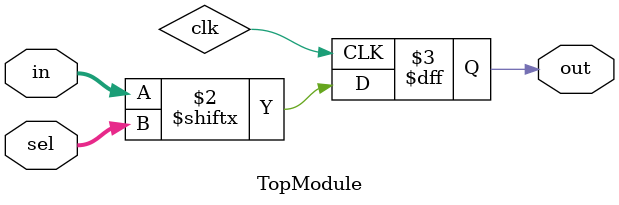
<source format=sv>

module TopModule (
  input [255:0] in,
  input [7:0] sel,
  output reg out
);

always @(posedge clk) begin
  out <= in[sel];
end

endmodule

// VERILOG-EVAL: errant inclusion of module definition

</source>
